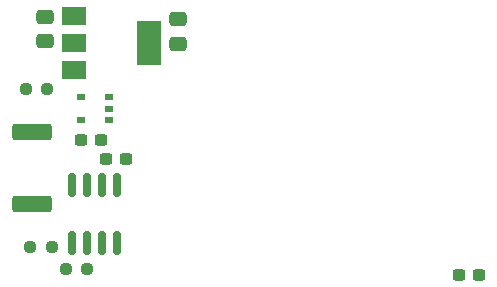
<source format=gbr>
%TF.GenerationSoftware,KiCad,Pcbnew,8.0.3*%
%TF.CreationDate,2024-06-15T12:10:25-04:00*%
%TF.ProjectId,RP2040_Count,52503230-3430-45f4-936f-756e742e6b69,v2*%
%TF.SameCoordinates,Original*%
%TF.FileFunction,Paste,Top*%
%TF.FilePolarity,Positive*%
%FSLAX46Y46*%
G04 Gerber Fmt 4.6, Leading zero omitted, Abs format (unit mm)*
G04 Created by KiCad (PCBNEW 8.0.3) date 2024-06-15 12:10:25*
%MOMM*%
%LPD*%
G01*
G04 APERTURE LIST*
G04 Aperture macros list*
%AMRoundRect*
0 Rectangle with rounded corners*
0 $1 Rounding radius*
0 $2 $3 $4 $5 $6 $7 $8 $9 X,Y pos of 4 corners*
0 Add a 4 corners polygon primitive as box body*
4,1,4,$2,$3,$4,$5,$6,$7,$8,$9,$2,$3,0*
0 Add four circle primitives for the rounded corners*
1,1,$1+$1,$2,$3*
1,1,$1+$1,$4,$5*
1,1,$1+$1,$6,$7*
1,1,$1+$1,$8,$9*
0 Add four rect primitives between the rounded corners*
20,1,$1+$1,$2,$3,$4,$5,0*
20,1,$1+$1,$4,$5,$6,$7,0*
20,1,$1+$1,$6,$7,$8,$9,0*
20,1,$1+$1,$8,$9,$2,$3,0*%
G04 Aperture macros list end*
%ADD10RoundRect,0.249999X1.425001X-0.450001X1.425001X0.450001X-1.425001X0.450001X-1.425001X-0.450001X0*%
%ADD11RoundRect,0.237500X0.250000X0.237500X-0.250000X0.237500X-0.250000X-0.237500X0.250000X-0.237500X0*%
%ADD12RoundRect,0.237500X-0.300000X-0.237500X0.300000X-0.237500X0.300000X0.237500X-0.300000X0.237500X0*%
%ADD13R,0.700000X0.510000*%
%ADD14RoundRect,0.150000X0.150000X-0.825000X0.150000X0.825000X-0.150000X0.825000X-0.150000X-0.825000X0*%
%ADD15RoundRect,0.250000X0.475000X-0.337500X0.475000X0.337500X-0.475000X0.337500X-0.475000X-0.337500X0*%
%ADD16RoundRect,0.237500X-0.250000X-0.237500X0.250000X-0.237500X0.250000X0.237500X-0.250000X0.237500X0*%
%ADD17R,2.000000X1.500000*%
%ADD18R,2.000000X3.800000*%
%ADD19RoundRect,0.237500X0.300000X0.237500X-0.300000X0.237500X-0.300000X-0.237500X0.300000X-0.237500X0*%
G04 APERTURE END LIST*
D10*
%TO.C,R2*%
X112200000Y-91800000D03*
X112200000Y-85700000D03*
%TD*%
D11*
%TO.C,R3*%
X116912500Y-97300000D03*
X115087500Y-97300000D03*
%TD*%
D12*
%TO.C,C6*%
X148375000Y-97800000D03*
X150100000Y-97800000D03*
%TD*%
%TO.C,C1*%
X116337500Y-86400000D03*
X118062500Y-86400000D03*
%TD*%
D13*
%TO.C,U1*%
X118720000Y-84700000D03*
X118720000Y-83750000D03*
X118720000Y-82800000D03*
X116400000Y-82800000D03*
X116400000Y-84700000D03*
%TD*%
D14*
%TO.C,U4*%
X115645000Y-95145000D03*
X116915000Y-95145000D03*
X118185000Y-95145000D03*
X119455000Y-95145000D03*
X119455000Y-90195000D03*
X118185000Y-90195000D03*
X116915000Y-90195000D03*
X115645000Y-90195000D03*
%TD*%
D15*
%TO.C,C4*%
X124600000Y-78237500D03*
X124600000Y-76162500D03*
%TD*%
D16*
%TO.C,R1*%
X111687500Y-82100000D03*
X113512500Y-82100000D03*
%TD*%
D17*
%TO.C,U3*%
X115800000Y-75900000D03*
X115800000Y-78200000D03*
D18*
X122100000Y-78200000D03*
D17*
X115800000Y-80500000D03*
%TD*%
D19*
%TO.C,C5*%
X120185000Y-87990000D03*
X118460000Y-87990000D03*
%TD*%
D15*
%TO.C,C3*%
X113300000Y-78037500D03*
X113300000Y-75962500D03*
%TD*%
D11*
%TO.C,R4*%
X113922500Y-95490000D03*
X112097500Y-95490000D03*
%TD*%
M02*

</source>
